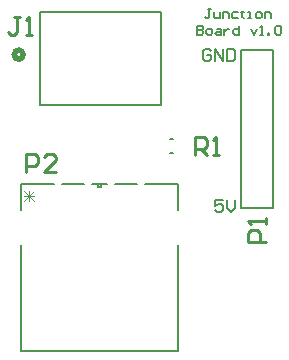
<source format=gto>
G04*
G04 #@! TF.GenerationSoftware,Altium Limited,Altium Designer,22.1.2 (22)*
G04*
G04 Layer_Color=65535*
%FSLAX25Y25*%
%MOIN*%
G70*
G04*
G04 #@! TF.SameCoordinates,7045D635-A460-453C-9C4B-A6245008308B*
G04*
G04*
G04 #@! TF.FilePolarity,Positive*
G04*
G01*
G75*
%ADD10C,0.02000*%
%ADD11C,0.00600*%
%ADD12C,0.00787*%
%ADD13C,0.01000*%
%ADD14C,0.00300*%
D10*
X17142Y75500D02*
G03*
X17142Y75500I-1500J0D01*
G01*
D11*
X22643Y58880D02*
Y89780D01*
Y58880D02*
X63042D01*
Y89780D01*
X22643D02*
X63042D01*
X42063Y31386D02*
Y32386D01*
X43063D01*
Y31386D02*
Y32386D01*
X42063Y31386D02*
X43063D01*
X16263Y23675D02*
Y32386D01*
X57682D02*
X68863D01*
Y-23114D02*
Y11987D01*
X16263Y-23114D02*
X68863D01*
X16263Y32386D02*
X27445D01*
X68863Y23675D02*
Y32386D01*
X16263Y-23114D02*
Y11987D01*
X47839Y32386D02*
X55004D01*
X39965D02*
X45161D01*
X30122D02*
X37287D01*
X79666Y76832D02*
X78999Y77499D01*
X77666D01*
X77000Y76832D01*
Y74166D01*
X77666Y73500D01*
X78999D01*
X79666Y74166D01*
Y75499D01*
X78333D01*
X80999Y73500D02*
Y77499D01*
X83665Y73500D01*
Y77499D01*
X84997D02*
Y73500D01*
X86997D01*
X87663Y74166D01*
Y76832D01*
X86997Y77499D01*
X84997D01*
X83666Y26999D02*
X81000D01*
Y24999D01*
X82333Y25666D01*
X82999D01*
X83666Y24999D01*
Y23666D01*
X82999Y23000D01*
X81666D01*
X81000Y23666D01*
X84999Y26999D02*
Y24333D01*
X86332Y23000D01*
X87665Y24333D01*
Y26999D01*
X75100Y85099D02*
Y82100D01*
X76600D01*
X77099Y82600D01*
Y83100D01*
X76600Y83600D01*
X75100D01*
X76600D01*
X77099Y84099D01*
Y84599D01*
X76600Y85099D01*
X75100D01*
X78599Y82100D02*
X79599D01*
X80098Y82600D01*
Y83600D01*
X79599Y84099D01*
X78599D01*
X78099Y83600D01*
Y82600D01*
X78599Y82100D01*
X81598Y84099D02*
X82598D01*
X83097Y83600D01*
Y82100D01*
X81598D01*
X81098Y82600D01*
X81598Y83100D01*
X83097D01*
X84097Y84099D02*
Y82100D01*
Y83100D01*
X84597Y83600D01*
X85097Y84099D01*
X85597D01*
X89095Y85099D02*
Y82100D01*
X87596D01*
X87096Y82600D01*
Y83600D01*
X87596Y84099D01*
X89095D01*
X93094D02*
X94094Y82100D01*
X95094Y84099D01*
X96093Y82100D02*
X97093D01*
X96593D01*
Y85099D01*
X96093Y84599D01*
X98592Y82100D02*
Y82600D01*
X99092D01*
Y82100D01*
X98592D01*
X101092Y84599D02*
X101591Y85099D01*
X102591D01*
X103091Y84599D01*
Y82600D01*
X102591Y82100D01*
X101591D01*
X101092Y82600D01*
Y84599D01*
X79599Y90599D02*
X78600D01*
X79100D01*
Y88100D01*
X78600Y87600D01*
X78100D01*
X77600Y88100D01*
X80599Y89599D02*
Y88100D01*
X81099Y87600D01*
X82598D01*
Y89599D01*
X83598Y87600D02*
Y89599D01*
X85098D01*
X85597Y89100D01*
Y87600D01*
X88596Y89599D02*
X87097D01*
X86597Y89100D01*
Y88100D01*
X87097Y87600D01*
X88596D01*
X90096Y90099D02*
Y89599D01*
X89596D01*
X90596D01*
X90096D01*
Y88100D01*
X90596Y87600D01*
X92095D02*
X93095D01*
X92595D01*
Y89599D01*
X92095D01*
X95094Y87600D02*
X96094D01*
X96594Y88100D01*
Y89100D01*
X96094Y89599D01*
X95094D01*
X94595Y89100D01*
Y88100D01*
X95094Y87600D01*
X97593D02*
Y89599D01*
X99093D01*
X99593Y89100D01*
Y87600D01*
D12*
X66106Y42736D02*
X66894D01*
X66106Y47264D02*
X66894D01*
X89705Y24409D02*
X100295D01*
X89705D02*
Y77020D01*
X100295D01*
Y24409D02*
Y77020D01*
D13*
X16185Y87999D02*
X14186D01*
X15185D01*
Y83001D01*
X14186Y82001D01*
X13186D01*
X12186Y83001D01*
X18184Y82001D02*
X20184D01*
X19184D01*
Y87999D01*
X18184Y86999D01*
X74501Y42001D02*
Y47999D01*
X77500D01*
X78500Y46999D01*
Y45000D01*
X77500Y44000D01*
X74501D01*
X76501D02*
X78500Y42001D01*
X80499D02*
X82499D01*
X81499D01*
Y47999D01*
X80499Y46999D01*
X97999Y13001D02*
X92001D01*
Y16000D01*
X93001Y17000D01*
X95000D01*
X96000Y16000D01*
Y13001D01*
X97999Y18999D02*
Y20999D01*
Y19999D01*
X92001D01*
X93001Y18999D01*
X18002Y36501D02*
Y42499D01*
X21001D01*
X22000Y41499D01*
Y39500D01*
X21001Y38500D01*
X18002D01*
X27998Y36501D02*
X24000D01*
X27998Y40500D01*
Y41499D01*
X26999Y42499D01*
X24999D01*
X24000Y41499D01*
D14*
X17534Y30165D02*
X20866Y26833D01*
X17534D02*
X20866Y30165D01*
X17534Y28499D02*
X20866D01*
X19200Y26833D02*
Y30165D01*
M02*

</source>
